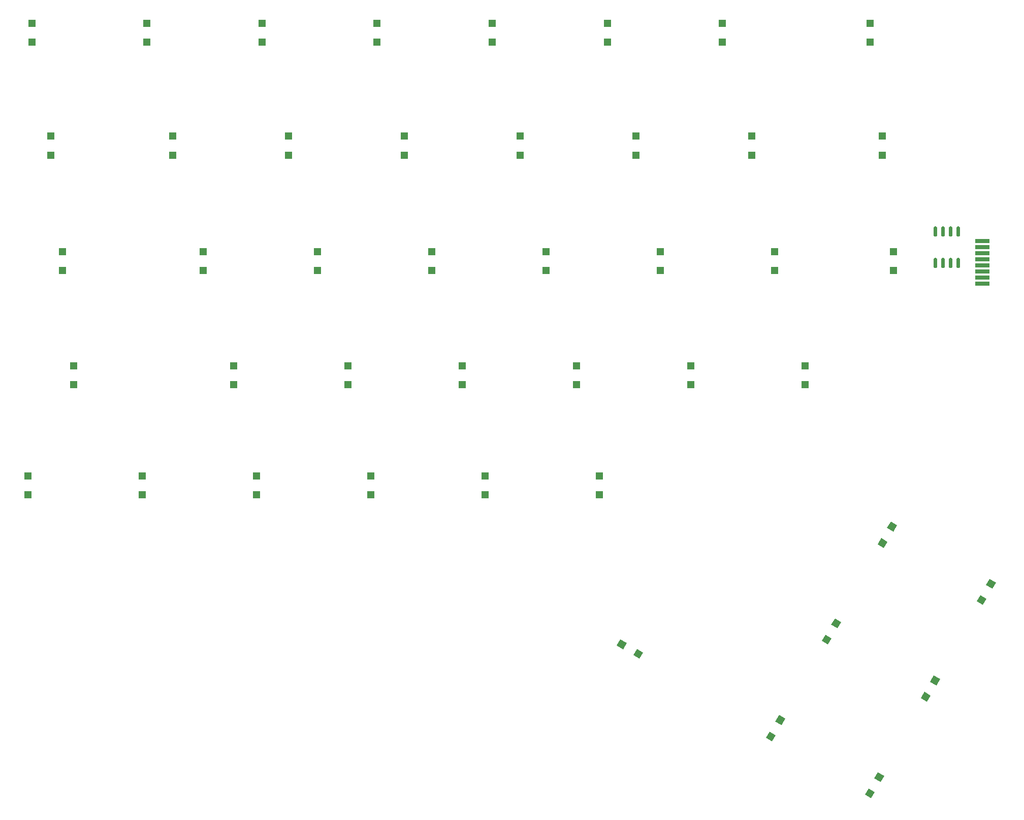
<source format=gbr>
G04 #@! TF.GenerationSoftware,KiCad,Pcbnew,(5.99.0-1941-g4629b701e)*
G04 #@! TF.CreationDate,2020-06-12T19:14:52+08:00*
G04 #@! TF.ProjectId,Keyboar-layout,4b657962-6f61-4722-9d6c-61796f75742e,rev?*
G04 #@! TF.SameCoordinates,Original*
G04 #@! TF.FileFunction,Paste,Top*
G04 #@! TF.FilePolarity,Positive*
%FSLAX46Y46*%
G04 Gerber Fmt 4.6, Leading zero omitted, Abs format (unit mm)*
G04 Created by KiCad (PCBNEW (5.99.0-1941-g4629b701e)) date 2020-06-12 19:14:52*
%MOMM*%
%LPD*%
G01*
G04 APERTURE LIST*
%ADD10R,2.400000X0.700000*%
%ADD11R,1.200000X1.200000*%
G04 APERTURE END LIST*
G36*
G01*
X193017000Y-67459000D02*
X193317000Y-67459000D01*
G75*
G02*
X193467000Y-67609000I0J-150000D01*
G01*
X193467000Y-68959000D01*
G75*
G02*
X193317000Y-69109000I-150000J0D01*
G01*
X193017000Y-69109000D01*
G75*
G02*
X192867000Y-68959000I0J150000D01*
G01*
X192867000Y-67609000D01*
G75*
G02*
X193017000Y-67459000I150000J0D01*
G01*
G37*
G36*
G01*
X191747000Y-67459000D02*
X192047000Y-67459000D01*
G75*
G02*
X192197000Y-67609000I0J-150000D01*
G01*
X192197000Y-68959000D01*
G75*
G02*
X192047000Y-69109000I-150000J0D01*
G01*
X191747000Y-69109000D01*
G75*
G02*
X191597000Y-68959000I0J150000D01*
G01*
X191597000Y-67609000D01*
G75*
G02*
X191747000Y-67459000I150000J0D01*
G01*
G37*
G36*
G01*
X190477000Y-67459000D02*
X190777000Y-67459000D01*
G75*
G02*
X190927000Y-67609000I0J-150000D01*
G01*
X190927000Y-68959000D01*
G75*
G02*
X190777000Y-69109000I-150000J0D01*
G01*
X190477000Y-69109000D01*
G75*
G02*
X190327000Y-68959000I0J150000D01*
G01*
X190327000Y-67609000D01*
G75*
G02*
X190477000Y-67459000I150000J0D01*
G01*
G37*
G36*
G01*
X189207000Y-67459000D02*
X189507000Y-67459000D01*
G75*
G02*
X189657000Y-67609000I0J-150000D01*
G01*
X189657000Y-68959000D01*
G75*
G02*
X189507000Y-69109000I-150000J0D01*
G01*
X189207000Y-69109000D01*
G75*
G02*
X189057000Y-68959000I0J150000D01*
G01*
X189057000Y-67609000D01*
G75*
G02*
X189207000Y-67459000I150000J0D01*
G01*
G37*
G36*
G01*
X189207000Y-62209000D02*
X189507000Y-62209000D01*
G75*
G02*
X189657000Y-62359000I0J-150000D01*
G01*
X189657000Y-63709000D01*
G75*
G02*
X189507000Y-63859000I-150000J0D01*
G01*
X189207000Y-63859000D01*
G75*
G02*
X189057000Y-63709000I0J150000D01*
G01*
X189057000Y-62359000D01*
G75*
G02*
X189207000Y-62209000I150000J0D01*
G01*
G37*
G36*
G01*
X190477000Y-62209000D02*
X190777000Y-62209000D01*
G75*
G02*
X190927000Y-62359000I0J-150000D01*
G01*
X190927000Y-63709000D01*
G75*
G02*
X190777000Y-63859000I-150000J0D01*
G01*
X190477000Y-63859000D01*
G75*
G02*
X190327000Y-63709000I0J150000D01*
G01*
X190327000Y-62359000D01*
G75*
G02*
X190477000Y-62209000I150000J0D01*
G01*
G37*
G36*
G01*
X191747000Y-62209000D02*
X192047000Y-62209000D01*
G75*
G02*
X192197000Y-62359000I0J-150000D01*
G01*
X192197000Y-63709000D01*
G75*
G02*
X192047000Y-63859000I-150000J0D01*
G01*
X191747000Y-63859000D01*
G75*
G02*
X191597000Y-63709000I0J150000D01*
G01*
X191597000Y-62359000D01*
G75*
G02*
X191747000Y-62209000I150000J0D01*
G01*
G37*
G36*
G01*
X193017000Y-62209000D02*
X193317000Y-62209000D01*
G75*
G02*
X193467000Y-62359000I0J-150000D01*
G01*
X193467000Y-63709000D01*
G75*
G02*
X193317000Y-63859000I-150000J0D01*
G01*
X193017000Y-63859000D01*
G75*
G02*
X192867000Y-63709000I0J150000D01*
G01*
X192867000Y-62359000D01*
G75*
G02*
X193017000Y-62209000I150000J0D01*
G01*
G37*
D10*
X197215000Y-71769000D03*
X197215000Y-70749000D03*
X197215000Y-69729000D03*
X197215000Y-68709000D03*
X197215000Y-67689000D03*
X197215000Y-66669000D03*
X197215000Y-65649000D03*
X197215000Y-64629000D03*
G36*
X178634998Y-157623269D02*
G01*
X177595768Y-157023269D01*
X178195768Y-155984039D01*
X179234998Y-156584039D01*
X178634998Y-157623269D01*
G37*
G36*
X180209998Y-154895289D02*
G01*
X179170768Y-154295289D01*
X179770768Y-153256059D01*
X180809998Y-153856059D01*
X180209998Y-154895289D01*
G37*
G36*
X136246395Y-132147115D02*
G01*
X136846395Y-131107885D01*
X137885625Y-131707885D01*
X137285625Y-132747115D01*
X136246395Y-132147115D01*
G37*
G36*
X138974375Y-133722115D02*
G01*
X139574375Y-132682885D01*
X140613605Y-133282885D01*
X140013605Y-134322115D01*
X138974375Y-133722115D01*
G37*
D11*
X57920833Y-31420000D03*
X57920833Y-28270000D03*
X158750000Y-50279500D03*
X158750000Y-47129500D03*
X167640000Y-88570000D03*
X167640000Y-85420000D03*
X134664165Y-31420000D03*
X134664165Y-28270000D03*
G36*
X162137214Y-148098269D02*
G01*
X161097984Y-147498269D01*
X161697984Y-146459039D01*
X162737214Y-147059039D01*
X162137214Y-148098269D01*
G37*
G36*
X163712214Y-145370289D02*
G01*
X162672984Y-144770289D01*
X163272984Y-143731059D01*
X164312214Y-144331059D01*
X163712214Y-145370289D01*
G37*
X110490000Y-88570000D03*
X110490000Y-85420000D03*
X182372000Y-69520000D03*
X182372000Y-66370000D03*
X120142000Y-50279500D03*
X120142000Y-47129500D03*
X178435000Y-31420000D03*
X178435000Y-28270000D03*
X133350000Y-106985000D03*
X133350000Y-103835000D03*
G36*
X187949093Y-141490783D02*
G01*
X186909863Y-140890783D01*
X187509863Y-139851553D01*
X188549093Y-140451553D01*
X187949093Y-141490783D01*
G37*
G36*
X189524093Y-138762803D02*
G01*
X188484863Y-138162803D01*
X189084863Y-137123573D01*
X190124093Y-137723573D01*
X189524093Y-138762803D01*
G37*
G36*
X197263188Y-125358297D02*
G01*
X196223958Y-124758297D01*
X196823958Y-123719067D01*
X197863188Y-124319067D01*
X197263188Y-125358297D01*
G37*
G36*
X198838188Y-122630317D02*
G01*
X197798958Y-122030317D01*
X198398958Y-120991087D01*
X199438188Y-121591087D01*
X198838188Y-122630317D01*
G37*
X96292499Y-31420000D03*
X96292499Y-28270000D03*
G36*
X180765404Y-115833297D02*
G01*
X179726174Y-115233297D01*
X180326174Y-114194067D01*
X181365404Y-114794067D01*
X180765404Y-115833297D01*
G37*
G36*
X182340404Y-113105317D02*
G01*
X181301174Y-112505317D01*
X181901174Y-111466087D01*
X182940404Y-112066087D01*
X182340404Y-113105317D01*
G37*
X153850000Y-31420000D03*
X153850000Y-28270000D03*
X77106666Y-31420000D03*
X77106666Y-28270000D03*
X124460000Y-69520000D03*
X124460000Y-66370000D03*
X162560000Y-69520000D03*
X162560000Y-66370000D03*
X115478332Y-31420000D03*
X115478332Y-28270000D03*
X62230000Y-50279500D03*
X62230000Y-47129500D03*
X38100000Y-106985000D03*
X38100000Y-103835000D03*
X143510000Y-69520000D03*
X143510000Y-66370000D03*
X38735000Y-31420000D03*
X38735000Y-28270000D03*
X100838000Y-50279500D03*
X100838000Y-47129500D03*
X180530500Y-50279500D03*
X180530500Y-47129500D03*
X43815000Y-69520000D03*
X43815000Y-66370000D03*
X76200000Y-106985000D03*
X76200000Y-103835000D03*
X105410000Y-69520000D03*
X105410000Y-66370000D03*
X67310000Y-69520000D03*
X67310000Y-66370000D03*
X57150000Y-106985000D03*
X57150000Y-103835000D03*
X148590000Y-88570000D03*
X148590000Y-85420000D03*
X72390000Y-88570000D03*
X72390000Y-85420000D03*
X45720000Y-88570000D03*
X45720000Y-85420000D03*
X114300000Y-106985000D03*
X114300000Y-103835000D03*
X41910000Y-50279500D03*
X41910000Y-47129500D03*
X129540000Y-88570000D03*
X129540000Y-85420000D03*
X81534000Y-50279500D03*
X81534000Y-47129500D03*
X91440000Y-88570000D03*
X91440000Y-85420000D03*
X95250000Y-106985000D03*
X95250000Y-103835000D03*
X139446000Y-50279500D03*
X139446000Y-47129500D03*
X86360000Y-69520000D03*
X86360000Y-66370000D03*
G36*
X171451309Y-131965783D02*
G01*
X170412079Y-131365783D01*
X171012079Y-130326553D01*
X172051309Y-130926553D01*
X171451309Y-131965783D01*
G37*
G36*
X173026309Y-129237803D02*
G01*
X171987079Y-128637803D01*
X172587079Y-127598573D01*
X173626309Y-128198573D01*
X173026309Y-129237803D01*
G37*
M02*

</source>
